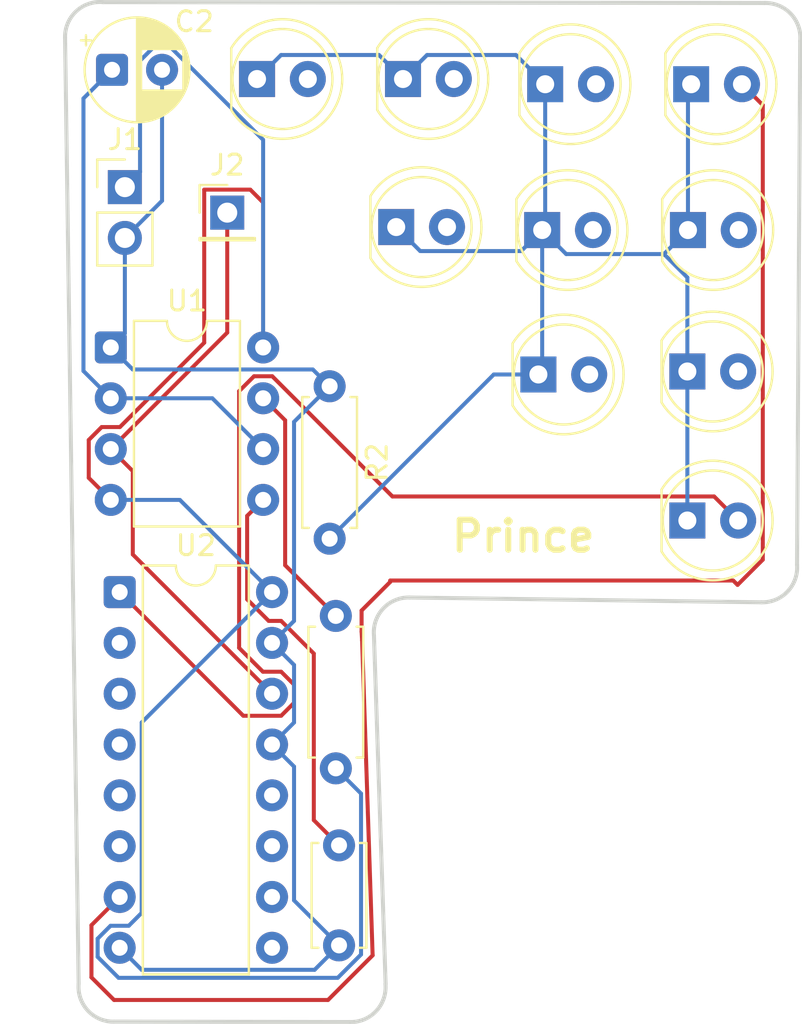
<source format=kicad_pcb>
(kicad_pcb (version 20241229) (generator "pcbnew") (generator_version "9.0")
  (layers (0 "F.Cu" signal) (4 "In1.Cu" signal) (6 "In2.Cu" signal) (2 "B.Cu" signal) (13 "F.Paste" user) (15 "B.Paste" user) (5 "F.SilkS" user "F.Silkscreen") (7 "B.SilkS" user "B.Silkscreen") (1 "F.Mask" user) (3 "B.Mask" user) (25 "Edge.Cuts" user))
  (net 0 "")
  (net 1 "Net-(U1-CV)")
  (net 2 "Net-(J1-Pin_2)")
  (net 3 "Net-(U1-THR)")
  (net 4 "Net-(D1-K)")
  (net 5 "Net-(D1-A)")
  (net 6 "Net-(D2-A)")
  (net 7 "Net-(D3-A)")
  (net 8 "Net-(D4-A)")
  (net 9 "Net-(D5-A)")
  (net 10 "Net-(D6-A)")
  (net 11 "Net-(D7-A)")
  (net 12 "Net-(D8-A)")
  (net 13 "Net-(D9-A)")
  (net 14 "Net-(D10-A)")
  (net 15 "Net-(J1-Pin_1)")
  (net 16 "Net-(J2-Pin_1)")
  (net 17 "Net-(U1-DIS)")
  (footprint "LED_THT:LED_D5.0mm" (layer "F.Cu") (at 221.72 95.83)
    (property "Reference" "D6" (hide yes))
    (property "Value" "LED" (hide yes))
    (fp_line (start -1.29 -1.545) (end -1.29 1.545) (stroke (width 0.12)) (layer "F.SilkS"))
    (fp_arc (start -1.29 -1.54483) (mid 2.071779 -2.880495) (end 4.26 0) (stroke (width 0.12)) (layer "F.SilkS"))
    (fp_arc (start 4.26 0) (mid 2.071779 2.880495) (end -1.29 1.54483) (stroke (width 0.12)) (layer "F.SilkS"))
    (fp_circle (center 1.27 0) (end 3.77 0) (stroke (width 0.12)) (fill no) (layer "F.SilkS"))
    (pad "1" thru_hole rect (at 0 0) (size 1.8 1.8) (drill 0.9) (layers "*.Cu" "*.Mask") (net 4 "Net-(D1-K)"))
    (pad "2" thru_hole circle (at 2.54 0) (size 1.8 1.8) (drill 0.9) (layers "*.Cu" "*.Mask") (net 10 "Net-(D6-A)"))
  )
  (footprint "LED_THT:LED_D5.0mm" (layer "F.Cu") (at 207.5 73.76)
    (property "Reference" "D2" (hide yes))
    (property "Value" "LED")
    (fp_line (start -1.29 -1.545) (end -1.29 1.545) (stroke (width 0.12)) (layer "F.SilkS"))
    (fp_arc (start -1.29 -1.54483) (mid 2.071779 -2.880495) (end 4.26 0) (stroke (width 0.12)) (layer "F.SilkS"))
    (fp_arc (start 4.26 0) (mid 2.071779 2.880495) (end -1.29 1.54483) (stroke (width 0.12)) (layer "F.SilkS"))
    (fp_circle (center 1.27 0) (end 3.77 0) (stroke (width 0.12)) (fill no) (layer "F.SilkS"))
    (pad "1" thru_hole rect (at 0 0) (size 1.8 1.8) (drill 0.9) (layers "*.Cu" "*.Mask") (net 4 "Net-(D1-K)"))
    (pad "2" thru_hole circle (at 2.54 0) (size 1.8 1.8) (drill 0.9) (layers "*.Cu" "*.Mask") (net 6 "Net-(D2-A)"))
  )
  (footprint "LED_THT:LED_D5.0mm" (layer "F.Cu") (at 214.27 88.53)
    (property "Reference" "D7" (hide yes))
    (property "Value" "LED")
    (fp_line (start -1.29 -1.545) (end -1.29 1.545) (stroke (width 0.12)) (layer "F.SilkS"))
    (fp_arc (start -1.29 -1.54483) (mid 2.071779 -2.880495) (end 4.26 0) (stroke (width 0.12)) (layer "F.SilkS"))
    (fp_arc (start 4.26 0) (mid 2.071779 2.880495) (end -1.29 1.54483) (stroke (width 0.12)) (layer "F.SilkS"))
    (fp_circle (center 1.27 0) (end 3.77 0) (stroke (width 0.12)) (fill no) (layer "F.SilkS"))
    (pad "1" thru_hole rect (at 0 0) (size 1.8 1.8) (drill 0.9) (layers "*.Cu" "*.Mask") (net 4 "Net-(D1-K)"))
    (pad "2" thru_hole circle (at 2.54 0) (size 1.8 1.8) (drill 0.9) (layers "*.Cu" "*.Mask") (net 11 "Net-(D7-A)"))
  )
  (footprint "Capacitor_THT:CP_Radial_D5.0mm_P2.50mm" (layer "F.Cu") (at 192.95 73.3)
    (property "Reference" "C2" (at 4.11 -2.41 0) (layer "F.SilkS"))
    (property "Value" "C_Polarized")
    (fp_line (start -1.554775 -1.475) (end -1.054775 -1.475) (stroke (width 0.12)) (layer "F.SilkS"))
    (fp_line (start -1.304775 -1.725) (end -1.304775 -1.225) (stroke (width 0.12)) (layer "F.SilkS"))
    (fp_line (start 1.25 -2.58) (end 1.25 2.58) (stroke (width 0.12)) (layer "F.SilkS"))
    (fp_line (start 1.29 -2.58) (end 1.29 2.58) (stroke (width 0.12)) (layer "F.SilkS"))
    (fp_line (start 1.33 -2.579) (end 1.33 2.579) (stroke (width 0.12)) (layer "F.SilkS"))
    (fp_line (start 1.37 -2.577) (end 1.37 2.577) (stroke (width 0.12)) (layer "F.SilkS"))
    (fp_line (start 1.41 -2.575) (end 1.41 2.575) (stroke (width 0.12)) (layer "F.SilkS"))
    (fp_line (start 1.45 -2.572) (end 1.45 2.572) (stroke (width 0.12)) (layer "F.SilkS"))
    (fp_line (start 1.49 -2.569) (end 1.49 -1.04) (stroke (width 0.12)) (layer "F.SilkS"))
    (fp_line (start 1.49 1.04) (end 1.49 2.569) (stroke (width 0.12)) (layer "F.SilkS"))
    (fp_line (start 1.53 -2.565) (end 1.53 -1.04) (stroke (width 0.12)) (layer "F.SilkS"))
    (fp_line (start 1.53 1.04) (end 1.53 2.565) (stroke (width 0.12)) (layer "F.SilkS"))
    (fp_line (start 1.57 -2.56) (end 1.57 -1.04) (stroke (width 0.12)) (layer "F.SilkS"))
    (fp_line (start 1.57 1.04) (end 1.57 2.56) (stroke (width 0.12)) (layer "F.SilkS"))
    (fp_line (start 1.61 -2.555) (end 1.61 -1.04) (stroke (width 0.12)) (layer "F.SilkS"))
    (fp_line (start 1.61 1.04) (end 1.61 2.555) (stroke (width 0.12)) (layer "F.SilkS"))
    (fp_line (start 1.65 -2.549) (end 1.65 -1.04) (stroke (width 0.12)) (layer "F.SilkS"))
    (fp_line (start 1.65 1.04) (end 1.65 2.549) (stroke (width 0.12)) (layer "F.SilkS"))
    (fp_line (start 1.69 -2.543) (end 1.69 -1.04) (stroke (width 0.12)) (layer "F.SilkS"))
    (fp_line (start 1.69 1.04) (end 1.69 2.543) (stroke (width 0.12)) (layer "F.SilkS"))
    (fp_line (start 1.73 -2.536) (end 1.73 -1.04) (stroke (width 0.12)) (layer "F.SilkS"))
    (fp_line (start 1.73 1.04) (end 1.73 2.536) (stroke (width 0.12)) (layer "F.SilkS"))
    (fp_line (start 1.77 -2.528) (end 1.77 -1.04) (stroke (width 0.12)) (layer "F.SilkS"))
    (fp_line (start 1.77 1.04) (end 1.77 2.528) (stroke (width 0.12)) (layer "F.SilkS"))
    (fp_line (start 1.81 -2.519) (end 1.81 -1.04) (stroke (width 0.12)) (layer "F.SilkS"))
    (fp_line (start 1.81 1.04) (end 1.81 2.519) (stroke (width 0.12)) (layer "F.SilkS"))
    (fp_line (start 1.85 -2.51) (end 1.85 -1.04) (stroke (width 0.12)) (layer "F.SilkS"))
    (fp_line (start 1.85 1.04) (end 1.85 2.51) (stroke (width 0.12)) (layer "F.SilkS"))
    (fp_line (start 1.89 -2.501) (end 1.89 -1.04) (stroke (width 0.12)) (layer "F.SilkS"))
    (fp_line (start 1.89 1.04) (end 1.89 2.501) (stroke (width 0.12)) (layer "F.SilkS"))
    (fp_line (start 1.93 -2.49) (end 1.93 -1.04) (stroke (width 0.12)) (layer "F.SilkS"))
    (fp_line (start 1.93 1.04) (end 1.93 2.49) (stroke (width 0.12)) (layer "F.SilkS"))
    (fp_line (start 1.97 -2.479) (end 1.97 -1.04) (stroke (width 0.12)) (layer "F.SilkS"))
    (fp_line (start 1.97 1.04) (end 1.97 2.479) (stroke (width 0.12)) (layer "F.SilkS"))
    (fp_line (start 2.01 -2.467) (end 2.01 -1.04) (stroke (width 0.12)) (layer "F.SilkS"))
    (fp_line (start 2.01 1.04) (end 2.01 2.467) (stroke (width 0.12)) (layer "F.SilkS"))
    (fp_line (start 2.05 -2.455) (end 2.05 -1.04) (stroke (width 0.12)) (layer "F.SilkS"))
    (fp_line (start 2.05 1.04) (end 2.05 2.455) (stroke (width 0.12)) (layer "F.SilkS"))
    (fp_line (start 2.09 -2.442) (end 2.09 -1.04) (stroke (width 0.12)) (layer "F.SilkS"))
    (fp_line (start 2.09 1.04) (end 2.09 2.442) (stroke (width 0.12)) (layer "F.SilkS"))
    (fp_line (start 2.13 -2.428) (end 2.13 -1.04) (stroke (width 0.12)) (layer "F.SilkS"))
    (fp_line (start 2.13 1.04) (end 2.13 2.428) (stroke (width 0.12)) (layer "F.SilkS"))
    (fp_line (start 2.17 -2.413) (end 2.17 -1.04) (stroke (width 0.12)) (layer "F.SilkS"))
    (fp_line (start 2.17 1.04) (end 2.17 2.413) (stroke (width 0.12)) (layer "F.SilkS"))
    (fp_line (start 2.21 -2.398) (end 2.21 -1.04) (stroke (width 0.12)) (layer "F.SilkS"))
    (fp_line (start 2.21 1.04) (end 2.21 2.398) (stroke (width 0.12)) (layer "F.SilkS"))
    (fp_line (start 2.25 -2.382) (end 2.25 -1.04) (stroke (width 0.12)) (layer "F.SilkS"))
    (fp_line (start 2.25 1.04) (end 2.25 2.382) (stroke (width 0.12)) (layer "F.SilkS"))
    (fp_line (start 2.29 -2.365) (end 2.29 -1.04) (stroke (width 0.12)) (layer "F.SilkS"))
    (fp_line (start 2.29 1.04) (end 2.29 2.365) (stroke (width 0.12)) (layer "F.SilkS"))
    (fp_line (start 2.33 -2.347) (end 2.33 -1.04) (stroke (width 0.12)) (layer "F.SilkS"))
    (fp_line (start 2.33 1.04) (end 2.33 2.347) (stroke (width 0.12)) (layer "F.SilkS"))
    (fp_line (start 2.37 -2.329) (end 2.37 -1.04) (stroke (width 0.12)) (layer "F.SilkS"))
    (fp_line (start 2.37 1.04) (end 2.37 2.329) (stroke (width 0.12)) (layer "F.SilkS"))
    (fp_line (start 2.41 -2.309) (end 2.41 -1.04) (stroke (width 0.12)) (layer "F.SilkS"))
    (fp_line (start 2.41 1.04) (end 2.41 2.309) (stroke (width 0.12)) (layer "F.SilkS"))
    (fp_line (start 2.45 -2.289) (end 2.45 -1.04) (stroke (width 0.12)) (layer "F.SilkS"))
    (fp_line (start 2.45 1.04) (end 2.45 2.289) (stroke (width 0.12)) (layer "F.SilkS"))
    (fp_line (start 2.49 -2.268) (end 2.49 -1.04) (stroke (width 0.12)) (layer "F.SilkS"))
    (fp_line (start 2.49 1.04) (end 2.49 2.268) (stroke (width 0.12)) (layer "F.SilkS"))
    (fp_line (start 2.53 -2.246) (end 2.53 -1.04) (stroke (width 0.12)) (layer "F.SilkS"))
    (fp_line (start 2.53 1.04) (end 2.53 2.246) (stroke (width 0.12)) (layer "F.SilkS"))
    (fp_line (start 2.57 -2.223) (end 2.57 -1.04) (stroke (width 0.12)) (layer "F.SilkS"))
    (fp_line (start 2.57 1.04) (end 2.57 2.223) (stroke (width 0.12)) (layer "F.SilkS"))
    (fp_line (start 2.61 -2.199) (end 2.61 -1.04) (stroke (width 0.12)) (layer "F.SilkS"))
    (fp_line (start 2.61 1.04) (end 2.61 2.199) (stroke (width 0.12)) (layer "F.SilkS"))
    (fp_line (start 2.65 -2.175) (end 2.65 -1.04) (stroke (width 0.12)) (layer "F.SilkS"))
    (fp_line (start 2.65 1.04) (end 2.65 2.175) (stroke (width 0.12)) (layer "F.SilkS"))
    (fp_line (start 2.69 -2.149) (end 2.69 -1.04) (stroke (width 0.12)) (layer "F.SilkS"))
    (fp_line (start 2.69 1.04) (end 2.69 2.149) (stroke (width 0.12)) (layer "F.SilkS"))
    (fp_line (start 2.73 -2.122) (end 2.73 -1.04) (stroke (width 0.12)) (layer "F.SilkS"))
    (fp_line (start 2.73 1.04) (end 2.73 2.122) (stroke (width 0.12)) (layer "F.SilkS"))
    (fp_line (start 2.77 -2.094) (end 2.77 -1.04) (stroke (width 0.12)) (layer "F.SilkS"))
    (fp_line (start 2.77 1.04) (end 2.77 2.094) (stroke (width 0.12)) (layer "F.SilkS"))
    (fp_line (start 2.81 -2.065) (end 2.81 -1.04) (stroke (width 0.12)) (layer "F.SilkS"))
    (fp_line (start 2.81 1.04) (end 2.81 2.065) (stroke (width 0.12)) (layer "F.SilkS"))
    (fp_line (start 2.85 -2.035) (end 2.85 -1.04) (stroke (width 0.12)) (layer "F.SilkS"))
    (fp_line (start 2.85 1.04) (end 2.85 2.035) (stroke (width 0.12)) (layer "F.SilkS"))
    (fp_line (start 2.89 -2.003) (end 2.89 -1.04) (stroke (width 0.12)) (layer "F.SilkS"))
    (fp_line (start 2.89 1.04) (end 2.89 2.003) (stroke (width 0.12)) (layer "F.SilkS"))
    (fp_line (start 2.93 -1.97) (end 2.93 -1.04) (stroke (width 0.12)) (layer "F.SilkS"))
    (fp_line (start 2.93 1.04) (end 2.93 1.97) (stroke (width 0.12)) (layer "F.SilkS"))
    (fp_line (start 2.97 -1.936) (end 2.97 -1.04) (stroke (width 0.12)) (layer "F.SilkS"))
    (fp_line (start 2.97 1.04) (end 2.97 1.936) (stroke (width 0.12)) (layer "F.SilkS"))
    (fp_line (start 3.01 -1.901) (end 3.01 -1.04) (stroke (width 0.12)) (layer "F.SilkS"))
    (fp_line (start 3.01 1.04) (end 3.01 1.901) (stroke (width 0.12)) (layer "F.SilkS"))
    (fp_line (start 3.05 -1.864) (end 3.05 -1.04) (stroke (width 0.12)) (layer "F.SilkS"))
    (fp_line (start 3.05 1.04) (end 3.05 1.864) (stroke (width 0.12)) (layer "F.SilkS"))
    (fp_line (start 3.09 -1.825) (end 3.09 -1.04) (stroke (width 0.12)) (layer "F.SilkS"))
    (fp_line (start 3.09 1.04) (end 3.09 1.825) (stroke (width 0.12)) (layer "F.SilkS"))
    (fp_line (start 3.13 -1.785) (end 3.13 -1.04) (stroke (width 0.12)) (layer "F.SilkS"))
    (fp_line (start 3.13 1.04) (end 3.13 1.785) (stroke (width 0.12)) (layer "F.SilkS"))
    (fp_line (start 3.17 -1.743) (end 3.17 -1.04) (stroke (width 0.12)) (layer "F.SilkS"))
    (fp_line (start 3.17 1.04) (end 3.17 1.743) (stroke (width 0.12)) (layer "F.SilkS"))
    (fp_line (start 3.21 -1.699) (end 3.21 -1.04) (stroke (width 0.12)) (layer "F.SilkS"))
    (fp_line (start 3.21 1.04) (end 3.21 1.699) (stroke (width 0.12)) (layer "F.SilkS"))
    (fp_line (start 3.25 -1.652) (end 3.25 -1.04) (stroke (width 0.12)) (layer "F.SilkS"))
    (fp_line (start 3.25 1.04) (end 3.25 1.652) (stroke (width 0.12)) (layer "F.SilkS"))
    (fp_line (start 3.29 -1.604) (end 3.29 -1.04) (stroke (width 0.12)) (layer "F.SilkS"))
    (fp_line (start 3.29 1.04) (end 3.29 1.604) (stroke (width 0.12)) (layer "F.SilkS"))
    (fp_line (start 3.33 -1.553) (end 3.33 -1.04) (stroke (width 0.12)) (layer "F.SilkS"))
    (fp_line (start 3.33 1.04) (end 3.33 1.553) (stroke (width 0.12)) (layer "F.SilkS"))
    (fp_line (start 3.37 -1.499) (end 3.37 -1.04) (stroke (width 0.12)) (layer "F.SilkS"))
    (fp_line (start 3.37 1.04) (end 3.37 1.499) (stroke (width 0.12)) (layer "F.SilkS"))
    (fp_line (start 3.41 -1.443) (end 3.41 -1.04) (stroke (width 0.12)) (layer "F.SilkS"))
    (fp_line (start 3.41 1.04) (end 3.41 1.443) (stroke (width 0.12)) (layer "F.SilkS"))
    (fp_line (start 3.45 -1.383) (end 3.45 -1.04) (stroke (width 0.12)) (layer "F.SilkS"))
    (fp_line (start 3.45 1.04) (end 3.45 1.383) (stroke (width 0.12)) (layer "F.SilkS"))
    (fp_line (start 3.49 -1.319) (end 3.49 -1.04) (stroke (width 0.12)) (layer "F.SilkS"))
    (fp_line (start 3.49 1.04) (end 3.49 1.319) (stroke (width 0.12)) (layer "F.SilkS"))
    (fp_line (start 3.53 -1.251) (end 3.53 -1.04) (stroke (width 0.12)) (layer "F.SilkS"))
    (fp_line (start 3.53 1.04) (end 3.53 1.251) (stroke (width 0.12)) (layer "F.SilkS"))
    (fp_line (start 3.57 -1.177) (end 3.57 1.177) (stroke (width 0.12)) (layer "F.SilkS"))
    (fp_line (start 3.61 -1.098) (end 3.61 1.098) (stroke (width 0.12)) (layer "F.SilkS"))
    (fp_line (start 3.65 -1.011) (end 3.65 1.011) (stroke (width 0.12)) (layer "F.SilkS"))
    (fp_line (start 3.69 -0.914) (end 3.69 0.914) (stroke (width 0.12)) (layer "F.SilkS"))
    (fp_line (start 3.73 -0.805) (end 3.73 0.805) (stroke (width 0.12)) (layer "F.SilkS"))
    (fp_line (start 3.77 -0.677) (end 3.77 0.677) (stroke (width 0.12)) (layer "F.SilkS"))
    (fp_line (start 3.81 -0.517) (end 3.81 0.517) (stroke (width 0.12)) (layer "F.SilkS"))
    (fp_line (start 3.85 -0.283) (end 3.85 0.283) (stroke (width 0.12)) (layer "F.SilkS"))
    (fp_circle (center 1.25 0) (end 3.87 0) (stroke (width 0.12)) (fill no) (layer "F.SilkS"))
    (pad "1" thru_hole roundrect (at 0 0) (size 1.6 1.6) (drill 0.8) (layers "*.Cu" "*.Mask") (roundrect_rratio 0.15625) (net 3 "Net-(U1-THR)"))
    (pad "2" thru_hole circle (at 2.5 0) (size 1.6 1.6) (drill 0.8) (layers "*.Cu" "*.Mask") (net 2 "Net-(J1-Pin_2)"))
  )
  (footprint "LED_THT:LED_D5.0mm" (layer "F.Cu") (at 207.16 81.16)
    (property "Reference" "D9" (hide yes))
    (property "Value" "LED")
    (fp_line (start -1.29 -1.545) (end -1.29 1.545) (stroke (width 0.12)) (layer "F.SilkS"))
    (fp_arc (start -1.29 -1.54483) (mid 2.071779 -2.880495) (end 4.26 0) (stroke (width 0.12)) (layer "F.SilkS"))
    (fp_arc (start 4.26 0) (mid 2.071779 2.880495) (end -1.29 1.54483) (stroke (width 0.12)) (layer "F.SilkS"))
    (fp_circle (center 1.27 0) (end 3.77 0) (stroke (width 0.12)) (fill no) (layer "F.SilkS"))
    (pad "1" thru_hole rect (at 0 0) (size 1.8 1.8) (drill 0.9) (layers "*.Cu" "*.Mask") (net 4 "Net-(D1-K)"))
    (pad "2" thru_hole circle (at 2.54 0) (size 1.8 1.8) (drill 0.9) (layers "*.Cu" "*.Mask") (net 13 "Net-(D9-A)"))
  )
  (footprint "LED_THT:LED_D5.0mm" (layer "F.Cu") (at 221.72 88.38)
    (property "Reference" "D8" (hide yes))
    (property "Value" "LED")
    (fp_line (start -1.29 -1.545) (end -1.29 1.545) (stroke (width 0.12)) (layer "F.SilkS"))
    (fp_arc (start -1.29 -1.54483) (mid 2.071779 -2.880495) (end 4.26 0) (stroke (width 0.12)) (layer "F.SilkS"))
    (fp_arc (start 4.26 0) (mid 2.071779 2.880495) (end -1.29 1.54483) (stroke (width 0.12)) (layer "F.SilkS"))
    (fp_circle (center 1.27 0) (end 3.77 0) (stroke (width 0.12)) (fill no) (layer "F.SilkS"))
    (pad "1" thru_hole rect (at 0 0) (size 1.8 1.8) (drill 0.9) (layers "*.Cu" "*.Mask") (net 4 "Net-(D1-K)"))
    (pad "2" thru_hole circle (at 2.54 0) (size 1.8 1.8) (drill 0.9) (layers "*.Cu" "*.Mask") (net 12 "Net-(D8-A)"))
  )
  (footprint "Resistor_THT:R_Axial_DIN0207_L6.3mm_D2.5mm_P7.62mm_Horizontal" (layer "F.Cu") (at 203.83 89.12 -90)
    (property "Reference" "R2" (at 3.81 -2.37 90) (layer "F.SilkS"))
    (property "Value" "R")
    (fp_line (start 0.54 1.37) (end 7.08 1.37) (stroke (width 0.12)) (layer "F.SilkS"))
    (fp_line (start 7.08 1.37) (end 7.08 1.04) (stroke (width 0.12)) (layer "F.SilkS"))
    (fp_line (start 0.54 1.04) (end 0.54 1.37) (stroke (width 0.12)) (layer "F.SilkS"))
    (fp_line (start 0.54 -1.04) (end 0.54 -1.37) (stroke (width 0.12)) (layer "F.SilkS"))
    (fp_line (start 0.54 -1.37) (end 7.08 -1.37) (stroke (width 0.12)) (layer "F.SilkS"))
    (fp_line (start 7.08 -1.37) (end 7.08 -1.04) (stroke (width 0.12)) (layer "F.SilkS"))
    (pad "1" thru_hole circle (at 0 0 270) (size 1.6 1.6) (drill 0.8) (layers "*.Cu" "*.Mask") (net 2 "Net-(J1-Pin_2)"))
    (pad "2" thru_hole circle (at 7.62 0 270) (size 1.6 1.6) (drill 0.8) (layers "*.Cu" "*.Mask") (net 4 "Net-(D1-K)"))
  )
  (footprint "Connector_PinHeader_2.54mm:PinHeader_1x01_P2.54mm_Vertical" (layer "F.Cu") (at 198.71 80.44)
    (property "Reference" "J2" (at 0 -2.38 0) (layer "F.SilkS"))
    (property "Value" "Conn_01x01_Pin")
    (fp_line (start -1.38 -1.38) (end 0 -1.38) (stroke (width 0.12)) (layer "F.SilkS"))
    (fp_line (start -1.38 0) (end -1.38 -1.38) (stroke (width 0.12)) (layer "F.SilkS"))
    (fp_line (start -1.38 1.27) (end -1.38 1.38) (stroke (width 0.12)) (layer "F.SilkS"))
    (fp_line (start -1.38 1.27) (end 1.38 1.27) (stroke (width 0.12)) (layer "F.SilkS"))
    (fp_line (start -1.38 1.38) (end 1.38 1.38) (stroke (width 0.12)) (layer "F.SilkS"))
    (fp_line (start 1.38 1.27) (end 1.38 1.38) (stroke (width 0.12)) (layer "F.SilkS"))
    (pad "1" thru_hole rect (at 0 0) (size 1.7 1.7) (drill 1) (layers "*.Cu" "*.Mask") (net 16 "Net-(J2-Pin_1)"))
  )
  (footprint "Package_DIP:DIP-16_W7.62mm" (layer "F.Cu") (at 193.33 99.41)
    (property "Reference" "U2" (at 3.81 -2.33 0) (layer "F.SilkS"))
    (property "Value" "4017")
    (fp_line (start 1.16 -1.33) (end 1.16 19.11) (stroke (width 0.12)) (layer "F.SilkS"))
    (fp_line (start 1.16 19.11) (end 6.46 19.11) (stroke (width 0.12)) (layer "F.SilkS"))
    (fp_line (start 2.81 -1.33) (end 1.16 -1.33) (stroke (width 0.12)) (layer "F.SilkS"))
    (fp_line (start 6.46 -1.33) (end 4.81 -1.33) (stroke (width 0.12)) (layer "F.SilkS"))
    (fp_line (start 6.46 19.11) (end 6.46 -1.33) (stroke (width 0.12)) (layer "F.SilkS"))
    (fp_arc (start 4.81 -1.33) (mid 3.81 -0.33) (end 2.81 -1.33) (stroke (width 0.12)) (layer "F.SilkS"))
    (pad "1" thru_hole roundrect (at 0 0) (size 1.6 1.6) (drill 0.8) (layers "*.Cu" "*.Mask") (roundrect_rratio 0.15625) (net 10 "Net-(D6-A)"))
    (pad "2" thru_hole circle (at 0 2.54) (size 1.6 1.6) (drill 0.8) (layers "*.Cu" "*.Mask") (net 6 "Net-(D2-A)"))
    (pad "3" thru_hole circle (at 0 5.08) (size 1.6 1.6) (drill 0.8) (layers "*.Cu" "*.Mask") (net 5 "Net-(D1-A)"))
    (pad "4" thru_hole circle (at 0 7.62) (size 1.6 1.6) (drill 0.8) (layers "*.Cu" "*.Mask") (net 7 "Net-(D3-A)"))
    (pad "5" thru_hole circle (at 0 10.16) (size 1.6 1.6) (drill 0.8) (layers "*.Cu" "*.Mask") (net 11 "Net-(D7-A)"))
    (pad "6" thru_hole circle (at 0 12.7) (size 1.6 1.6) (drill 0.8) (layers "*.Cu" "*.Mask") (net 12 "Net-(D8-A)"))
    (pad "7" thru_hole circle (at 0 15.24) (size 1.6 1.6) (drill 0.8) (layers "*.Cu" "*.Mask") (net 8 "Net-(D4-A)"))
    (pad "8" thru_hole circle (at 0 17.78) (size 1.6 1.6) (drill 0.8) (layers "*.Cu" "*.Mask") (net 2 "Net-(J1-Pin_2)"))
    (pad "9" thru_hole circle (at 7.62 17.78) (size 1.6 1.6) (drill 0.8) (layers "*.Cu" "*.Mask") (net 13 "Net-(D9-A)"))
    (pad "10" thru_hole circle (at 7.62 15.24) (size 1.6 1.6) (drill 0.8) (layers "*.Cu" "*.Mask") (net 9 "Net-(D5-A)"))
    (pad "11" thru_hole circle (at 7.62 12.7) (size 1.6 1.6) (drill 0.8) (layers "*.Cu" "*.Mask") (net 14 "Net-(D10-A)"))
    (pad "12" thru_hole circle (at 7.62 10.16) (size 1.6 1.6) (drill 0.8) (layers "*.Cu" "*.Mask"))
    (pad "13" thru_hole circle (at 7.62 7.62) (size 1.6 1.6) (drill 0.8) (layers "*.Cu" "*.Mask") (net 2 "Net-(J1-Pin_2)"))
    (pad "14" thru_hole circle (at 7.62 5.08) (size 1.6 1.6) (drill 0.8) (layers "*.Cu" "*.Mask") (net 16 "Net-(J2-Pin_1)"))
    (pad "15" thru_hole circle (at 7.62 2.54) (size 1.6 1.6) (drill 0.8) (layers "*.Cu" "*.Mask") (net 2 "Net-(J1-Pin_2)"))
    (pad "16" thru_hole circle (at 7.62 0) (size 1.6 1.6) (drill 0.8) (layers "*.Cu" "*.Mask") (net 15 "Net-(J1-Pin_1)"))
  )
  (footprint "LED_THT:LED_D5.0mm" (layer "F.Cu") (at 214.61 74.02)
    (property "Reference" "D3" (hide yes))
    (property "Value" "LED")
    (fp_line (start -1.29 -1.545) (end -1.29 1.545) (stroke (width 0.12)) (layer "F.SilkS"))
    (fp_arc (start -1.29 -1.54483) (mid 2.071779 -2.880495) (end 4.26 0) (stroke (width 0.12)) (layer "F.SilkS"))
    (fp_arc (start 4.26 0) (mid 2.071779 2.880495) (end -1.29 1.54483) (stroke (width 0.12)) (layer "F.SilkS"))
    (fp_circle (center 1.27 0) (end 3.77 0) (stroke (width 0.12)) (fill no) (layer "F.SilkS"))
    (pad "1" thru_hole rect (at 0 0) (size 1.8 1.8) (drill 0.9) (layers "*.Cu" "*.Mask") (net 4 "Net-(D1-K)"))
    (pad "2" thru_hole circle (at 2.54 0) (size 1.8 1.8) (drill 0.9) (layers "*.Cu" "*.Mask") (net 7 "Net-(D3-A)"))
  )
  (footprint "Package_DIP:DIP-8_W7.62mm" (layer "F.Cu") (at 192.885 87.18)
    (property "Reference" "U1" (at 3.81 -2.33 0) (layer "F.SilkS"))
    (property "Value" "NE555P")
    (fp_line (start 1.16 -1.33) (end 1.16 8.95) (stroke (width 0.12)) (layer "F.SilkS"))
    (fp_line (start 1.16 8.95) (end 6.46 8.95) (stroke (width 0.12)) (layer "F.SilkS"))
    (fp_line (start 2.81 -1.33) (end 1.16 -1.33) (stroke (width 0.12)) (layer "F.SilkS"))
    (fp_line (start 6.46 -1.33) (end 4.81 -1.33) (stroke (width 0.12)) (layer "F.SilkS"))
    (fp_line (start 6.46 8.95) (end 6.46 -1.33) (stroke (width 0.12)) (layer "F.SilkS"))
    (fp_arc (start 4.81 -1.33) (mid 3.81 -0.33) (end 2.81 -1.33) (stroke (width 0.12)) (layer "F.SilkS"))
    (pad "1" thru_hole roundrect (at 0 0) (size 1.6 1.6) (drill 0.8) (layers "*.Cu" "*.Mask") (roundrect_rratio 0.15625) (net 2 "Net-(J1-Pin_2)"))
    (pad "2" thru_hole circle (at 0 2.54) (size 1.6 1.6) (drill 0.8) (layers "*.Cu" "*.Mask") (net 3 "Net-(U1-THR)"))
    (pad "3" thru_hole circle (at 0 5.08) (size 1.6 1.6) (drill 0.8) (layers "*.Cu" "*.Mask") (net 16 "Net-(J2-Pin_1)"))
    (pad "4" thru_hole circle (at 0 7.62) (size 1.6 1.6) (drill 0.8) (layers "*.Cu" "*.Mask") (net 15 "Net-(J1-Pin_1)"))
    (pad "5" thru_hole circle (at 7.62 7.62) (size 1.6 1.6) (drill 0.8) (layers "*.Cu" "*.Mask") (net 1 "Net-(U1-CV)"))
    (pad "6" thru_hole circle (at 7.62 5.08) (size 1.6 1.6) (drill 0.8) (layers "*.Cu" "*.Mask") (net 3 "Net-(U1-THR)"))
    (pad "7" thru_hole circle (at 7.62 2.54) (size 1.6 1.6) (drill 0.8) (layers "*.Cu" "*.Mask") (net 17 "Net-(U1-DIS)"))
    (pad "8" thru_hole circle (at 7.62 0) (size 1.6 1.6) (drill 0.8) (layers "*.Cu" "*.Mask") (net 15 "Net-(J1-Pin_1)"))
  )
  (footprint "Resistor_THT:R_Axial_DIN0207_L6.3mm_D2.5mm_P7.62mm_Horizontal" (layer "F.Cu") (at 204.14 100.6 -90)
    (property "Reference" "R1" (hide yes))
    (property "Value" "R")
    (fp_line (start 0.54 1.37) (end 7.08 1.37) (stroke (width 0.12)) (layer "F.SilkS"))
    (fp_line (start 7.08 1.37) (end 7.08 1.04) (stroke (width 0.12)) (layer "F.SilkS"))
    (fp_line (start 0.54 1.04) (end 0.54 1.37) (stroke (width 0.12)) (layer "F.SilkS"))
    (fp_line (start 0.54 -1.04) (end 0.54 -1.37) (stroke (width 0.12)) (layer "F.SilkS"))
    (fp_line (start 0.54 -1.37) (end 7.08 -1.37) (stroke (width 0.12)) (layer "F.SilkS"))
    (fp_line (start 7.08 -1.37) (end 7.08 -1.04) (stroke (width 0.12)) (layer "F.SilkS"))
    (pad "1" thru_hole circle (at 0 0 270) (size 1.6 1.6) (drill 0.8) (layers "*.Cu" "*.Mask") (net 17 "Net-(U1-DIS)"))
    (pad "2" thru_hole circle (at 7.62 0 270) (size 1.6 1.6) (drill 0.8) (layers "*.Cu" "*.Mask") (net 15 "Net-(J1-Pin_1)"))
  )
  (footprint "Capacitor_THT:C_Disc_D5.0mm_W2.5mm_P5.00mm" (layer "F.Cu") (at 204.3 112.07 -90)
    (property "Reference" "C1" (hide yes))
    (property "Value" "C")
    (fp_line (start -0.12 1.37) (end -0.12 1.033) (stroke (width 0.12)) (layer "F.SilkS"))
    (fp_line (start 5.12 1.37) (end -0.12 1.37) (stroke (width 0.12)) (layer "F.SilkS"))
    (fp_line (start 5.12 1.033) (end 5.12 1.37) (stroke (width 0.12)) (layer "F.SilkS"))
    (fp_line (start -0.12 -1.033) (end -0.12 -1.37) (stroke (width 0.12)) (layer "F.SilkS"))
    (fp_line (start -0.12 -1.37) (end 5.12 -1.37) (stroke (width 0.12)) (layer "F.SilkS"))
    (fp_line (start 5.12 -1.37) (end 5.12 -1.033) (stroke (width 0.12)) (layer "F.SilkS"))
    (pad "1" thru_hole circle (at 0 0 270) (size 1.6 1.6) (drill 0.8) (layers "*.Cu" "*.Mask") (net 1 "Net-(U1-CV)"))
    (pad "2" thru_hole circle (at 5 0 270) (size 1.6 1.6) (drill 0.8) (layers "*.Cu" "*.Mask") (net 2 "Net-(J1-Pin_2)"))
  )
  (footprint "LED_THT:LED_D5.0mm" (layer "F.Cu") (at 221.75 81.31)
    (property "Reference" "D5" (hide yes))
    (property "Value" "LED")
    (fp_line (start -1.29 -1.545) (end -1.29 1.545) (stroke (width 0.12)) (layer "F.SilkS"))
    (fp_arc (start -1.29 -1.54483) (mid 2.071779 -2.880495) (end 4.26 0) (stroke (width 0.12)) (layer "F.SilkS"))
    (fp_arc (start 4.26 0) (mid 2.071779 2.880495) (end -1.29 1.54483) (stroke (width 0.12)) (layer "F.SilkS"))
    (fp_circle (center 1.27 0) (end 3.77 0) (stroke (width 0.12)) (fill no) (layer "F.SilkS"))
    (pad "1" thru_hole rect (at 0 0) (size 1.8 1.8) (drill 0.9) (layers "*.Cu" "*.Mask") (net 4 "Net-(D1-K)"))
    (pad "2" thru_hole circle (at 2.54 0) (size 1.8 1.8) (drill 0.9) (layers "*.Cu" "*.Mask") (net 9 "Net-(D5-A)"))
  )
  (footprint "LED_THT:LED_D5.0mm" (layer "F.Cu") (at 214.46 81.31)
    (property "Reference" "D10" (hide yes))
    (property "Value" "LED")
    (fp_line (start -1.29 -1.545) (end -1.29 1.545) (stroke (width 0.12)) (layer "F.SilkS"))
    (fp_arc (start -1.29 -1.54483) (mid 2.071779 -2.880495) (end 4.26 0) (stroke (width 0.12)) (layer "F.SilkS"))
    (fp_arc (start 4.26 0) (mid 2.071779 2.880495) (end -1.29 1.54483) (stroke (width 0.12)) (layer "F.SilkS"))
    (fp_circle (center 1.27 0) (end 3.77 0) (stroke (width 0.12)) (fill no) (layer "F.SilkS"))
    (pad "1" thru_hole rect (at 0 0) (size 1.8 1.8) (drill 0.9) (layers "*.Cu" "*.Mask") (net 4 "Net-(D1-K)"))
    (pad "2" thru_hole circle (at 2.54 0) (size 1.8 1.8) (drill 0.9) (layers "*.Cu" "*.Mask") (net 14 "Net-(D10-A)"))
  )
  (footprint "LED_THT:LED_D5.0mm" (layer "F.Cu") (at 221.91 74.02)
    (property "Reference" "D4" (hide yes))
    (property "Value" "LED")
    (fp_line (start -1.29 -1.545) (end -1.29 1.545) (stroke (width 0.12)) (layer "F.SilkS"))
    (fp_arc (start -1.29 -1.54483) (mid 2.071779 -2.880495) (end 4.26 0) (stroke (width 0.12)) (layer "F.SilkS"))
    (fp_arc (start 4.26 0) (mid 2.071779 2.880495) (end -1.29 1.54483) (stroke (width 0.12)) (layer "F.SilkS"))
    (fp_circle (center 1.27 0) (end 3.77 0) (stroke (width 0.12)) (fill no) (layer "F.SilkS"))
    (pad "1" thru_hole rect (at 0 0) (size 1.8 1.8) (drill 0.9) (layers "*.Cu" "*.Mask") (net 4 "Net-(D1-K)"))
    (pad "2" thru_hole circle (at 2.54 0) (size 1.8 1.8) (drill 0.9) (layers "*.Cu" "*.Mask") (net 8 "Net-(D4-A)"))
  )
  (footprint "Connector_PinHeader_2.54mm:PinHeader_1x02_P2.54mm_Vertical" (layer "F.Cu") (at 193.59 79.165)
    (property "Reference" "J1" (at 0 -2.38 0) (layer "F.SilkS"))
    (property "Value" "Conn_01x02_Pin")
    (fp_line (start -1.38 -1.38) (end 0 -1.38) (stroke (width 0.12)) (layer "F.SilkS"))
    (fp_line (start -1.38 0) (end -1.38 -1.38) (stroke (width 0.12)) (layer "F.SilkS"))
    (fp_line (start -1.38 1.27) (end -1.38 3.92) (stroke (width 0.12)) (layer "F.SilkS"))
    (fp_line (start -1.38 1.27) (end 1.38 1.27) (stroke (width 0.12)) (layer "F.SilkS"))
    (fp_line (start -1.38 3.92) (end 1.38 3.92) (stroke (width 0.12)) (layer "F.SilkS"))
    (fp_line (start 1.38 1.27) (end 1.38 3.92) (stroke (width 0.12)) (layer "F.SilkS"))
    (pad "1" thru_hole rect (at 0 0) (size 1.7 1.7) (drill 1) (layers "*.Cu" "*.Mask") (net 15 "Net-(J1-Pin_1)"))
    (pad "2" thru_hole circle (at 0 2.54) (size 1.7 1.7) (drill 1) (layers "*.Cu" "*.Mask") (net 2 "Net-(J1-Pin_2)"))
  )
  (footprint "LED_THT:LED_D5.0mm" (layer "F.Cu") (at 200.2 73.76)
    (property "Reference" "D1" (hide yes))
    (property "Value" "LED")
    (fp_line (start -1.29 -1.545) (end -1.29 1.545) (stroke (width 0.12)) (layer "F.SilkS"))
    (fp_arc (start -1.29 -1.54483) (mid 2.071779 -2.880495) (end 4.26 0) (stroke (width 0.12)) (layer "F.SilkS"))
    (fp_arc (start 4.26 0) (mid 2.071779 2.880495) (end -1.29 1.54483) (stroke (width 0.12)) (layer "F.SilkS"))
    (fp_circle (center 1.27 0) (end 3.77 0) (stroke (width 0.12)) (fill no) (layer "F.SilkS"))
    (pad "1" thru_hole rect (at 0 0) (size 1.8 1.8) (drill 0.9) (layers "*.Cu" "*.Mask") (net 4 "Net-(D1-K)"))
    (pad "2" thru_hole circle (at 2.54 0) (size 1.8 1.8) (drill 0.9) (layers "*.Cu" "*.Mask") (net 5 "Net-(D1-A)"))
  )
  (gr_line (start 225.43 99.919999) (end 207.83 99.68) (stroke (width 0.2)) (layer "Edge.Cuts"))
  (gr_line (start 206.046876 101.57962) (end 206.63 119) (stroke (width 0.2)) (layer "Edge.Cuts"))
  (gr_arc (start 206.046619 101.579653) (mid 206.510901 100.228578) (end 207.83 99.68) (stroke (width 0.2)) (layer "Edge.Cuts"))
  (gr_line (start 204.849105 120.902404) (end 193.052327 120.880262) (stroke (width 0.2)) (layer "Edge.Cuts"))
  (gr_arc (start 227.204931 98.041389) (mid 226.735106 99.375285) (end 225.43 99.919999) (stroke (width 0.2)) (layer "Edge.Cuts"))
  (gr_arc (start 190.6 71.69) (mid 191.152404 70.377673) (end 192.49963 69.916876) (stroke (width 0.2)) (layer "Edge.Cuts"))
  (gr_arc (start 206.620797 119.002773) (mid 206.16 120.35) (end 204.847673 120.902404) (stroke (width 0.2)) (layer "Edge.Cuts"))
  (gr_line (start 192.49963 69.916877) (end 225.59 69.96) (stroke (width 0.2)) (layer "Edge.Cuts"))
  (gr_arc (start 193.052327 120.882404) (mid 191.74 120.33) (end 191.279203 118.982774) (stroke (width 0.2)) (layer "Edge.Cuts"))
  (gr_line (start 191.279203 118.982433) (end 190.6 71.69) (stroke (width 0.2)) (layer "Edge.Cuts"))
  (gr_line (start 227.363124 71.85963) (end 227.20493 98.041389) (stroke (width 0.2)) (layer "Edge.Cuts"))
  (gr_arc (start 225.59 69.96) (mid 226.902327 70.512404) (end 227.363124 71.85963) (stroke (width 0.2)) (layer "Edge.Cuts"))
  (gr_text "Prince" (at 209.78 97.49 0) (layer "F.SilkS") (effects (font (size 1.5 1.5) (thickness 0.3) (bold yes)) (justify left bottom)))
  (segment (start 199.705001 95.599999) (end 199.705001 99.771051) (width 0.2) (layer "F.Cu") (net 1))
  (segment (start 201.40605 100.849) (end 203.039 102.48195) (width 0.2) (layer "F.Cu") (net 1))
  (segment (start 199.705001 99.771051) (end 200.78295 100.849) (width 0.2) (layer "F.Cu") (net 1))
  (segment (start 200.505 94.8) (end 199.705001 95.599999) (width 0.2) (layer "F.Cu") (net 1))
  (segment (start 203.039 110.809) (end 204.3 112.07) (width 0.2) (layer "F.Cu") (net 1))
  (segment (start 200.78295 100.849) (end 201.40605 100.849) (width 0.2) (layer "F.Cu") (net 1))
  (segment (start 203.039 102.48195) (end 203.039 110.809) (width 0.2) (layer "F.Cu") (net 1))
  (segment (start 193.59 86.475) (end 192.885 87.18) (width 0.2) (layer "B.Cu") (net 2))
  (segment (start 203.079 118.291) (end 194.431 118.291) (width 0.2) (layer "B.Cu") (net 2))
  (segment (start 193.59 81.705) (end 193.59 86.475) (width 0.2) (layer "B.Cu") (net 2))
  (segment (start 202.99 88.28) (end 203.83 89.12) (width 0.2) (layer "B.Cu") (net 2))
  (segment (start 203.83 89.12) (end 202.051 90.899) (width 0.2) (layer "B.Cu") (net 2))
  (segment (start 204.3 117.07) (end 203.079 118.291) (width 0.2) (layer "B.Cu") (net 2))
  (segment (start 193.985 88.28) (end 202.99 88.28) (width 0.2) (layer "B.Cu") (net 2))
  (segment (start 195.45 73.3) (end 195.45 79.845) (width 0.2) (layer "B.Cu") (net 2))
  (segment (start 200.95 101.95) (end 202.051 103.051) (width 0.2) (layer "B.Cu") (net 2))
  (segment (start 195.45 79.845) (end 193.59 81.705) (width 0.2) (layer "B.Cu") (net 2))
  (segment (start 192.885 87.18) (end 193.985 88.28) (width 0.2) (layer "B.Cu") (net 2))
  (segment (start 194.431 118.291) (end 193.33 117.19) (width 0.2) (layer "B.Cu") (net 2))
  (segment (start 202.051 108.131) (end 202.051 114.821) (width 0.2) (layer "B.Cu") (net 2))
  (segment (start 202.051 114.821) (end 204.3 117.07) (width 0.2) (layer "B.Cu") (net 2))
  (segment (start 202.051 100.849) (end 200.95 101.95) (width 0.2) (layer "B.Cu") (net 2))
  (segment (start 202.051 105.929) (end 200.95 107.03) (width 0.2) (layer "B.Cu") (net 2))
  (segment (start 200.95 107.03) (end 202.051 108.131) (width 0.2) (layer "B.Cu") (net 2))
  (segment (start 202.051 90.899) (end 202.051 100.849) (width 0.2) (layer "B.Cu") (net 2))
  (segment (start 202.051 103.051) (end 202.051 105.929) (width 0.2) (layer "B.Cu") (net 2))
  (segment (start 191.519768 88.354768) (end 192.885 89.72) (width 0.2) (layer "B.Cu") (net 3))
  (segment (start 192.885 89.72) (end 197.965 89.72) (width 0.2) (layer "B.Cu") (net 3))
  (segment (start 192.95 73.3) (end 191.519768 74.730232) (width 0.2) (layer "B.Cu") (net 3))
  (segment (start 197.965 89.72) (end 200.505 92.26) (width 0.2) (layer "B.Cu") (net 3))
  (segment (start 191.519768 74.730232) (end 191.519768 88.354768) (width 0.2) (layer "B.Cu") (net 3))
  (segment (start 215.661 82.511) (end 220.549 82.511) (width 0.2) (layer "B.Cu") (net 4))
  (segment (start 201.401 72.559) (end 206.299 72.559) (width 0.2) (layer "B.Cu") (net 4))
  (segment (start 214.27 88.53) (end 212.04 88.53) (width 0.2) (layer "B.Cu") (net 4))
  (segment (start 206.299 72.559) (end 207.5 73.76) (width 0.2) (layer "B.Cu") (net 4))
  (segment (start 214.46 88.34) (end 214.27 88.53) (width 0.2) (layer "B.Cu") (net 4))
  (segment (start 213.149 72.559) (end 214.61 74.02) (width 0.2) (layer "B.Cu") (net 4))
  (segment (start 208.701 72.559) (end 213.149 72.559) (width 0.2) (layer "B.Cu") (net 4))
  (segment (start 214.46 81.31) (end 213.409 82.361) (width 0.2) (layer "B.Cu") (net 4))
  (segment (start 221.72 88.38) (end 221.72 95.83) (width 0.2) (layer "B.Cu") (net 4))
  (segment (start 221.72 83.682) (end 220.549 82.511) (width 0.2) (layer "B.Cu") (net 4))
  (segment (start 200.2 73.76) (end 201.401 72.559) (width 0.2) (layer "B.Cu") (net 4))
  (segment (start 214.61 81.16) (end 214.46 81.31) (width 0.2) (layer "B.Cu") (net 4))
  (segment (start 212.04 88.53) (end 203.83 96.74) (width 0.2) (layer "B.Cu") (net 4))
  (segment (start 221.75 74.18) (end 221.91 74.02) (width 0.2) (layer "B.Cu") (net 4))
  (segment (start 221.75 81.31) (end 221.75 74.18) (width 0.2) (layer "B.Cu") (net 4))
  (segment (start 213.409 82.361) (end 208.361 82.361) (width 0.2) (layer "B.Cu") (net 4))
  (segment (start 214.46 81.31) (end 214.46 88.34) (width 0.2) (layer "B.Cu") (net 4))
  (segment (start 208.361 82.361) (end 207.16 81.16) (width 0.2) (layer "B.Cu") (net 4))
  (segment (start 221.72 88.38) (end 221.72 83.682) (width 0.2) (layer "B.Cu") (net 4))
  (segment (start 207.5 73.76) (end 208.701 72.559) (width 0.2) (layer "B.Cu") (net 4))
  (segment (start 214.61 74.02) (end 214.61 81.16) (width 0.2) (layer "B.Cu") (net 4))
  (segment (start 214.46 81.31) (end 215.661 82.511) (width 0.2) (layer "B.Cu") (net 4))
  (segment (start 220.549 82.511) (end 221.75 81.31) (width 0.2) (layer "B.Cu") (net 4))
  (segment (start 203.75 119.8) (end 205.98077 117.56923) (width 0.2) (layer "F.Cu") (net 8))
  (segment (start 224.23 99.05) (end 225.491 97.789) (width 0.2) (layer "F.Cu") (net 8))
  (segment (start 205.949164 116.625049) (end 205.453719 101.823989) (width 0.2) (layer "F.Cu") (net 8))
  (segment (start 224.01 98.83) (end 224.23 99.05) (width 0.2) (layer "F.Cu") (net 8))
  (segment (start 193.05 119.8) (end 203.75 119.8) (width 0.2) (layer "F.Cu") (net 8))
  (segment (start 225.491 75.061) (end 224.45 74.02) (width 0.2) (layer "F.Cu") (net 8))
  (segment (start 205.98077 117.56923) (end 205.949164 116.625049) (width 0.2) (layer "F.Cu") (net 8))
  (segment (start 193.33 114.65) (end 191.919681 116.060319) (width 0.2) (layer "F.Cu") (net 8))
  (segment (start 205.453719 101.823989) (end 205.428298 101.383774) (width 0.2) (layer "F.Cu") (net 8))
  (segment (start 206.86 98.9) (end 206.86 98.83) (width 0.2) (layer "F.Cu") (net 8))
  (segment (start 225.491 97.789) (end 225.491 75.061) (width 0.2) (layer "F.Cu") (net 8))
  (segment (start 191.919681 118.669681) (end 193.05 119.8) (width 0.2) (layer "F.Cu") (net 8))
  (segment (start 206.86 98.83) (end 224.01 98.83) (width 0.2) (layer "F.Cu") (net 8))
  (segment (start 191.919681 116.060319) (end 191.919681 118.669681) (width 0.2) (layer "F.Cu") (net 8))
  (segment (start 205.428298 101.383774) (end 205.428298 100.331702) (width 0.2) (layer "F.Cu") (net 8))
  (segment (start 205.428298 100.331702) (end 206.86 98.9) (width 0.2) (layer "F.Cu") (net 8))
  (segment (start 193.33 99.41) (end 199.511 105.591) (width 0.2) (layer "F.Cu") (net 10))
  (segment (start 200.96105 88.619) (end 206.97105 94.629) (width 0.2) (layer "F.Cu") (net 10))
  (segment (start 202.051 104.94605) (end 202.051 104.03395) (width 0.2) (layer "F.Cu") (net 10))
  (segment (start 199.304001 102.199051) (end 199.304001 89.363949) (width 0.2) (layer "F.Cu") (net 10))
  (segment (start 201.40605 103.389) (end 200.49395 103.389) (width 0.2) (layer "F.Cu") (net 10))
  (segment (start 200.49395 103.389) (end 199.304001 102.199051) (width 0.2) (layer "F.Cu") (net 10))
  (segment (start 200.04895 88.619) (end 200.96105 88.619) (width 0.2) (layer "F.Cu") (net 10))
  (segment (start 201.40605 105.591) (end 202.051 104.94605) (width 0.2) (layer "F.Cu") (net 10))
  (segment (start 223.059 94.629) (end 224.26 95.83) (width 0.2) (layer "F.Cu") (net 10))
  (segment (start 199.304001 89.363949) (end 200.04895 88.619) (width 0.2) (layer "F.Cu") (net 10))
  (segment (start 206.97105 94.629) (end 223.059 94.629) (width 0.2) (layer "F.Cu") (net 10))
  (segment (start 202.051 104.03395) (end 201.40605 103.389) (width 0.2) (layer "F.Cu") (net 10))
  (segment (start 199.511 105.591) (end 201.40605 105.591) (width 0.2) (layer "F.Cu") (net 10))
  (segment (start 199.861 79.289) (end 197.559 79.289) (width 0.2) (layer "F.Cu") (net 15))
  (segment (start 197.559 86.94105) (end 193.34105 91.159) (width 0.2) (layer "F.Cu") (net 15))
  (segment (start 197.559 79.289) (end 197.559 86.94105) (width 0.2) (layer "F.Cu") (net 15))
  (segment (start 200.505 87.18) (end 200.505 79.933) (width 0.2) (layer "F.Cu") (net 15))
  (segment (start 191.784 93.699) (end 192.885 94.8) (width 0.2) (layer "F.Cu") (net 15))
  (segment (start 200.505 79.933) (end 199.861 79.289) (width 0.2) (layer "F.Cu") (net 15))
  (segment (start 192.42895 91.159) (end 191.784 91.80395) (width 0.2) (layer "F.Cu") (net 15))
  (segment (start 193.34105 91.159) (end 192.42895 91.159) (width 0.2) (layer "F.Cu") (net 15))
  (segment (start 191.784 91.80395) (end 191.784 93.699) (width 0.2) (layer "F.Cu") (net 15))
  (segment (start 192.87395 116.089) (end 192.229 116.73395) (width 0.2) (layer "B.Cu") (net 15))
  (segment (start 196.34 94.8) (end 200.95 99.41) (width 0.2) (layer "B.Cu") (net 15))
  (segment (start 195.90605 72.199) (end 200.505 76.79795) (width 0.2) (layer "B.Cu") (net 15))
  (segment (start 192.885 94.8) (end 196.34 94.8) (width 0.2) (layer "B.Cu") (net 15))
  (segment (start 192.229 117.64605) (end 193.27495 118.692) (width 0.2) (layer "B.Cu") (net 15))
  (segment (start 204.23505 118.692) (end 205.401 117.52605) (width 0.2) (layer "B.Cu") (net 15))
  (segment (start 194.431 115.44405) (end 193.78605 116.089) (width 0.2) (layer "B.Cu") (net 15))
  (segment (start 205.401 109.481) (end 204.14 108.22) (width 0.2) (layer "B.Cu") (net 15))
  (segment (start 205.401 117.52605) (end 205.401 109.481) (width 0.2) (layer "B.Cu") (net 15))
  (segment (start 194.349 72.84395) (end 194.99395 72.199) (width 0.2) (layer "B.Cu") (net 15))
  (segment (start 194.431 105.929) (end 194.431 115.44405) (width 0.2) (layer "B.Cu") (net 15))
  (segment (start 200.95 99.41) (end 194.431 105.929) (width 0.2) (layer "B.Cu") (net 15))
  (segment (start 193.78605 116.089) (end 192.87395 116.089) (width 0.2) (layer "B.Cu") (net 15))
  (segment (start 192.229 116.73395) (end 192.229 117.64605) (width 0.2) (layer "B.Cu") (net 15))
  (segment (start 193.27495 118.692) (end 204.23505 118.692) (width 0.2) (layer "B.Cu") (net 15))
  (segment (start 194.349 78.406) (end 194.349 72.84395) (width 0.2) (layer "B.Cu") (net 15))
  (segment (start 194.99395 72.199) (end 195.90605 72.199) (width 0.2) (layer "B.Cu") (net 15))
  (segment (start 193.59 79.165) (end 194.349 78.406) (width 0.2) (layer "B.Cu") (net 15))
  (segment (start 200.505 76.79795) (end 200.505 87.18) (width 0.2) (layer "B.Cu") (net 15))
  (segment (start 192.885 92.26) (end 198.71 86.435) (width 0.2) (layer "F.Cu") (net 16))
  (segment (start 198.71 86.435) (end 198.71 80.44) (width 0.2) (layer "F.Cu") (net 16))
  (segment (start 193.986 93.361) (end 193.986 97.526) (width 0.2) (layer "F.Cu") (net 16))
  (segment (start 192.885 92.26) (end 193.986 93.361) (width 0.2) (layer "F.Cu") (net 16))
  (segment (start 193.986 97.526) (end 200.95 104.49) (width 0.2) (layer "F.Cu") (net 16))
  (segment (start 204.14 100.6) (end 201.606 98.066) (width 0.2) (layer "F.Cu") (net 17))
  (segment (start 201.606 90.821) (end 200.505 89.72) (width 0.2) (layer "F.Cu") (net 17))
  (segment (start 201.606 98.066) (end 201.606 90.821) (width 0.2) (layer "F.Cu") (net 17))
)
</source>
